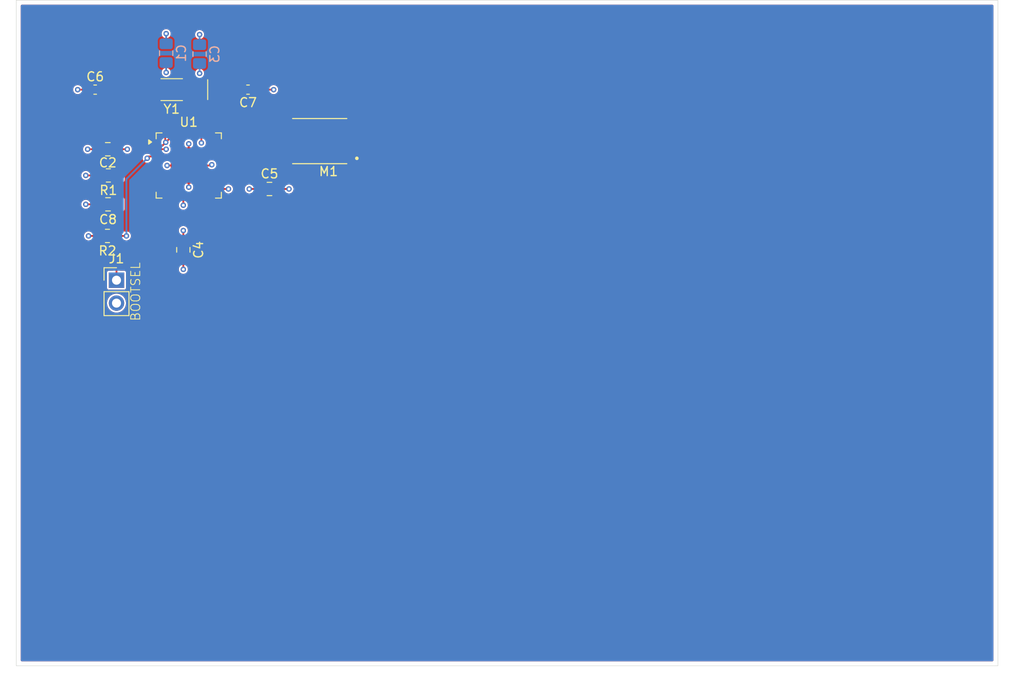
<source format=kicad_pcb>
(kicad_pcb (version 20241229) (generator "pcbnew") (generator_version "9.0")
  (layers (0 "F.Cu" signal) (4 "In1.Cu" signal) (6 "In2.Cu" signal) (2 "B.Cu" signal) (13 "F.Paste" user) (15 "B.Paste" user) (5 "F.SilkS" user "F.Silkscreen") (7 "B.SilkS" user "B.Silkscreen") (1 "F.Mask" user) (3 "B.Mask" user) (25 "Edge.Cuts" user))
  (net 0 "")
  (net 1 "GND")
  (net 2 "VDD")
  (net 22 "XTAL_P")
  (net 32 "BOOTSEL")
  (net 36 "XTAL_N")
  (net 41 "RESET")
  (footprint "Capacitor_SMD:C_0805_2012Metric_Pad1.18x1.45mm_HandSolder" (layer "F.Cu") (at 85.7375 47.3)
    (property "Reference" "C5" (at 0 -1.68 0) (layer "F.SilkS"))
    (property "Value" "C")
    (fp_line (start -0.261252 -0.735) (end 0.261252 -0.735) (stroke (width 0.12)) (layer "F.SilkS"))
    (fp_line (start -0.261252 0.735) (end 0.261252 0.735) (stroke (width 0.12)) (layer "F.SilkS"))
    (pad "1" smd roundrect (at -1.0375 0) (size 1.175 1.45) (layers "F.Cu" "F.Mask" "F.Paste") (roundrect_rratio 0.212766) (net 2 "VDD"))
    (pad "2" smd roundrect (at 1.0375 0) (size 1.175 1.45) (layers "F.Cu" "F.Mask" "F.Paste") (roundrect_rratio 0.212766) (net 1 "GND"))
  )
  (footprint "Connector_PinHeader_2.54mm:PinHeader_1x02_P2.54mm_Vertical" (layer "F.Cu") (at 68.8 57.4)
    (property "Reference" "J1" (at 0 -2.38 0) (layer "F.SilkS"))
    (property "Value" "Conn_01x02_Pin")
    (fp_line (start -1.38 -1.38) (end 0 -1.38) (stroke (width 0.12)) (layer "F.SilkS"))
    (fp_line (start -1.38 0) (end -1.38 -1.38) (stroke (width 0.12)) (layer "F.SilkS"))
    (fp_line (start -1.38 1.27) (end -1.38 3.92) (stroke (width 0.12)) (layer "F.SilkS"))
    (fp_line (start -1.38 1.27) (end 1.38 1.27) (stroke (width 0.12)) (layer "F.SilkS"))
    (fp_line (start -1.38 3.92) (end 1.38 3.92) (stroke (width 0.12)) (layer "F.SilkS"))
    (fp_line (start 1.38 1.27) (end 1.38 3.92) (stroke (width 0.12)) (layer "F.SilkS"))
    (pad "1" thru_hole rect (at 0 0) (size 1.7 1.7) (drill 1) (layers "*.Cu" "*.Mask") (net 32 "BOOTSEL"))
    (pad "2" thru_hole circle (at 0 2.54) (size 1.7 1.7) (drill 1) (layers "*.Cu" "*.Mask") (net 1 "GND"))
  )
  (footprint "Crystal:Crystal_SMD_MicroCrystal_CC4V-T1A-2Pin_5.0x1.9mm_HandSoldering" (layer "F.Cu") (at 74.9125 36.3 180)
    (property "Reference" "Y1" (at 0 -2.15 0) (layer "F.SilkS"))
    (property "Value" "50MHz")
    (fp_line (start -1.19 1.21) (end 1.19 1.21) (stroke (width 0.12)) (layer "F.SilkS"))
    (fp_line (start -1.19 -1.21) (end 1.19 -1.21) (stroke (width 0.12)) (layer "F.SilkS"))
    (fp_line (start -3.985 -1.1) (end -3.985 1.1) (stroke (width 0.12)) (layer "F.SilkS"))
    (pad "1" smd roundrect (at -2.5875 0 180) (size 2.275 2.2) (layers "F.Cu" "F.Mask" "F.Paste") (roundrect_rratio 0.113636) (net 36 "XTAL_N"))
    (pad "2" smd roundrect (at 2.5875 0 180) (size 2.275 2.2) (layers "F.Cu" "F.Mask" "F.Paste") (roundrect_rratio 0.113636) (net 22 "XTAL_P"))
  )
  (footprint "Resistor_SMD:R_0805_2012Metric_Pad1.20x1.40mm_HandSolder" (layer "F.Cu") (at 67.9 45.8 180)
    (property "Reference" "R1" (at 0 -1.65 0) (layer "F.SilkS"))
    (property "Value" "10kΩ")
    (fp_line (start -0.227064 0.735) (end 0.227064 0.735) (stroke (width 0.12)) (layer "F.SilkS"))
    (fp_line (start -0.227064 -0.735) (end 0.227064 -0.735) (stroke (width 0.12)) (layer "F.SilkS"))
    (pad "1" smd roundrect (at -1 0 180) (size 1.2 1.4) (layers "F.Cu" "F.Mask" "F.Paste") (roundrect_rratio 0.208333) (net 41 "RESET"))
    (pad "2" smd roundrect (at 1 0 180) (size 1.2 1.4) (layers "F.Cu" "F.Mask" "F.Paste") (roundrect_rratio 0.208333) (net 2 "VDD"))
  )
  (footprint "Capacitor_SMD:C_0805_2012Metric_Pad1.18x1.45mm_HandSolder" (layer "F.Cu") (at 67.8375 42.9 180)
    (property "Reference" "C2" (at 0 -1.5 0) (layer "F.SilkS"))
    (property "Value" "C")
    (fp_line (start -0.261252 0.735) (end 0.261252 0.735) (stroke (width 0.12)) (layer "F.SilkS"))
    (fp_line (start -0.261252 -0.735) (end 0.261252 -0.735) (stroke (width 0.12)) (layer "F.SilkS"))
    (pad "1" smd roundrect (at -1.0375 0 180) (size 1.175 1.45) (layers "F.Cu" "F.Mask" "F.Paste") (roundrect_rratio 0.212766) (net 2 "VDD"))
    (pad "2" smd roundrect (at 1.0375 0 180) (size 1.175 1.45) (layers "F.Cu" "F.Mask" "F.Paste") (roundrect_rratio 0.212766) (net 1 "GND"))
  )
  (footprint "Capacitor_SMD:C_0603_1608Metric_Pad1.08x0.95mm_HandSolder" (layer "F.Cu") (at 66.4375 36.3)
    (property "Reference" "C6" (at 0 -1.43 0) (layer "F.SilkS"))
    (property "Value" "12pF")
    (fp_line (start -0.146267 -0.51) (end 0.146267 -0.51) (stroke (width 0.12)) (layer "F.SilkS"))
    (fp_line (start -0.146267 0.51) (end 0.146267 0.51) (stroke (width 0.12)) (layer "F.SilkS"))
    (pad "1" smd roundrect (at -0.8625 0) (size 1.075 0.95) (layers "F.Cu" "F.Mask" "F.Paste") (net 1 "GND"))
    (pad "2" smd roundrect (at 0.8625 0) (size 1.075 0.95) (layers "F.Cu" "F.Mask" "F.Paste") (net 22 "XTAL_P"))
  )
  (footprint "Capacitor_SMD:C_0603_1608Metric_Pad1.08x0.95mm_HandSolder" (layer "F.Cu") (at 83.3625 36.3 180)
    (property "Reference" "C7" (at 0 -1.43 0) (layer "F.SilkS"))
    (property "Value" "12pF")
    (fp_line (start -0.146267 0.51) (end 0.146267 0.51) (stroke (width 0.12)) (layer "F.SilkS"))
    (fp_line (start -0.146267 -0.51) (end 0.146267 -0.51) (stroke (width 0.12)) (layer "F.SilkS"))
    (pad "1" smd roundrect (at -0.8625 0 180) (size 1.075 0.95) (layers "F.Cu" "F.Mask" "F.Paste") (net 1 "GND"))
    (pad "2" smd roundrect (at 0.8625 0 180) (size 1.075 0.95) (layers "F.Cu" "F.Mask" "F.Paste") (net 36 "XTAL_N"))
  )
  (footprint "Resistor_SMD:R_0805_2012Metric_Pad1.20x1.40mm_HandSolder" (layer "F.Cu") (at 67.8 52.5 180)
    (property "Reference" "R2" (at 0 -1.65 0) (layer "F.SilkS"))
    (property "Value" "10kΩ")
    (fp_line (start -0.227064 0.735) (end 0.227064 0.735) (stroke (width 0.12)) (layer "F.SilkS"))
    (fp_line (start -0.227064 -0.735) (end 0.227064 -0.735) (stroke (width 0.12)) (layer "F.SilkS"))
    (pad "1" smd roundrect (at -1 0 180) (size 1.2 1.4) (layers "F.Cu" "F.Mask" "F.Paste") (roundrect_rratio 0.208333) (net 32 "BOOTSEL"))
    (pad "2" smd roundrect (at 1 0 180) (size 1.2 1.4) (layers "F.Cu" "F.Mask" "F.Paste") (roundrect_rratio 0.208333) (net 2 "VDD"))
  )
  (footprint "Capacitor_SMD:C_0805_2012Metric_Pad1.18x1.45mm_HandSolder" (layer "F.Cu") (at 76.2 54.0375 -90)
    (property "Reference" "C4" (at 0 -1.68 90) (layer "F.SilkS"))
    (property "Value" "C")
    (fp_line (start -0.261252 0.735) (end 0.261252 0.735) (stroke (width 0.12)) (layer "F.SilkS"))
    (fp_line (start -0.261252 -0.735) (end 0.261252 -0.735) (stroke (width 0.12)) (layer "F.SilkS"))
    (pad "1" smd roundrect (at -1.0375 0 270) (size 1.175 1.45) (layers "F.Cu" "F.Mask" "F.Paste") (roundrect_rratio 0.212766) (net 2 "VDD"))
    (pad "2" smd roundrect (at 1.0375 0 270) (size 1.175 1.45) (layers "F.Cu" "F.Mask" "F.Paste") (roundrect_rratio 0.212766) (net 1 "GND"))
  )
  (footprint "Package_DFN_QFN:QFN-56-1EP_7x7mm_P0.4mm_EP4x4mm" (layer "F.Cu") (at 76.8 44.7)
    (property "Reference" "U1" (at 0 -4.8 0) (layer "F.SilkS"))
    (property "Value" "ESP32-S3")
    (fp_line (start -3.61 -3.61) (end -2.96 -3.61) (stroke (width 0.12)) (layer "F.SilkS"))
    (fp_line (start -3.61 -2.96) (end -3.61 -3.61) (stroke (width 0.12)) (layer "F.SilkS"))
    (fp_line (start -3.61 3.61) (end -3.61 2.96) (stroke (width 0.12)) (layer "F.SilkS"))
    (fp_line (start -2.96 3.61) (end -3.61 3.61) (stroke (width 0.12)) (layer "F.SilkS"))
    (fp_line (start 2.96 -3.61) (end 3.61 -3.61) (stroke (width 0.12)) (layer "F.SilkS"))
    (fp_line (start 3.61 -3.61) (end 3.61 -2.96) (stroke (width 0.12)) (layer "F.SilkS"))
    (fp_line (start 3.61 2.96) (end 3.61 3.61) (stroke (width 0.12)) (layer "F.SilkS"))
    (fp_line (start 3.61 3.61) (end 2.96 3.61) (stroke (width 0.12)) (layer "F.SilkS"))
    (fp_poly (pts (xy -4.11 -2.6) (xy -4.44 -2.36) (xy -4.44 -2.84)) (stroke (width 0.12)) (fill yes) (layer "F.SilkS"))
    (pad "1" smd roundrect (at -3.45 -2.6) (size 0.8 0.2) (layers "F.Cu" "F.Mask" "F.Paste"))
    (pad "2" smd roundrect (at -3.45 -2.2) (size 0.8 0.2) (layers "F.Cu" "F.Mask" "F.Paste") (net 2 "VDD"))
    (pad "3" smd roundrect (at -3.45 -1.8) (size 0.8 0.2) (layers "F.Cu" "F.Mask" "F.Paste") (net 2 "VDD"))
    (pad "4" smd roundrect (at -3.45 -1.4) (size 0.8 0.2) (layers "F.Cu" "F.Mask" "F.Paste") (net 41 "RESET"))
    (pad "5" smd roundrect (at -3.45 -1) (size 0.8 0.2) (layers "F.Cu" "F.Mask" "F.Paste") (net 32 "BOOTSEL"))
    (pad "6" smd roundrect (at -3.45 -0.6) (size 0.8 0.2) (layers "F.Cu" "F.Mask" "F.Paste"))
    (pad "7" smd roundrect (at -3.45 -0.2) (size 0.8 0.2) (layers "F.Cu" "F.Mask" "F.Paste"))
    (pad "8" smd roundrect (at -3.45 0.2) (size 0.8 0.2) (layers "F.Cu" "F.Mask" "F.Paste"))
    (pad "9" smd roundrect (at -3.45 0.6) (size 0.8 0.2) (layers "F.Cu" "F.Mask" "F.Paste"))
    (pad "10" smd roundrect (at -3.45 1) (size 0.8 0.2) (layers "F.Cu" "F.Mask" "F.Paste"))
    (pad "11" smd roundrect (at -3.45 1.4) (size 0.8 0.2) (layers "F.Cu" "F.Mask" "F.Paste"))
    (pad "12" smd roundrect (at -3.45 1.8) (size 0.8 0.2) (layers "F.Cu" "F.Mask" "F.Paste"))
    (pad "13" smd roundrect (at -3.45 2.2) (size 0.8 0.2) (layers "F.Cu" "F.Mask" "F.Paste"))
    (pad "14" smd roundrect (at -3.45 2.6) (size 0.8 0.2) (layers "F.Cu" "F.Mask" "F.Paste"))
    (pad "15" smd roundrect (at -2.6 3.45) (size 0.2 0.8) (layers "F.Cu" "F.Mask" "F.Paste"))
    (pad "16" smd roundrect (at -2.2 3.45) (size 0.2 0.8) (layers "F.Cu" "F.Mask" "F.Paste"))
    (pad "17" smd roundrect (at -1.8 3.45) (size 0.2 0.8) (layers "F.Cu" "F.Mask" "F.Paste"))
    (pad "18" smd roundrect (at -1.4 3.45) (size 0.2 0.8) (layers "F.Cu" "F.Mask" "F.Paste"))
    (pad "19" smd roundrect (at -1 3.45) (size 0.2 0.8) (layers "F.Cu" "F.Mask" "F.Paste"))
    (pad "20" smd roundrect (at -0.6 3.45) (size 0.2 0.8) (layers "F.Cu" "F.Mask" "F.Paste") (net 2 "VDD"))
    (pad "21" smd roundrect (at -0.2 3.45) (size 0.2 0.8) (layers "F.Cu" "F.Mask" "F.Paste"))
    (pad "22" smd roundrect (at 0.2 3.45) (size 0.2 0.8) (layers "F.Cu" "F.Mask" "F.Paste"))
    (pad "23" smd roundrect (at 0.6 3.45) (size 0.2 0.8) (layers "F.Cu" "F.Mask" "F.Paste"))
    (pad "24" smd roundrect (at 1 3.45) (size 0.2 0.8) (layers "F.Cu" "F.Mask" "F.Paste"))
    (pad "25" smd roundrect (at 1.4 3.45) (size 0.2 0.8) (layers "F.Cu" "F.Mask" "F.Paste"))
    (pad "26" smd roundrect (at 1.8 3.45) (size 0.2 0.8) (layers "F.Cu" "F.Mask" "F.Paste"))
    (pad "27" smd roundrect (at 2.2 3.45) (size 0.2 0.8) (layers "F.Cu" "F.Mask" "F.Paste"))
    (pad "28" smd roundrect (at 2.6 3.45) (size 0.2 0.8) (layers "F.Cu" "F.Mask" "F.Paste"))
    (pad "29" smd roundrect (at 3.45 2.6) (size 0.8 0.2) (layers "F.Cu" "F.Mask" "F.Paste") (net 2 "VDD"))
    (pad "30" smd roundrect (at 3.45 2.2) (size 0.8 0.2) (layers "F.Cu" "F.Mask" "F.Paste"))
    (pad "31" smd roundrect (at 3.45 1.8) (size 0.8 0.2) (layers "F.Cu" "F.Mask" "F.Paste"))
    (pad "32" smd roundrect (at 3.45 1.4) (size 0.8 0.2) (layers "F.Cu" "F.Mask" "F.Paste"))
    (pad "33" smd roundrect (at 3.45 1) (size 0.8 0.2) (layers "F.Cu" "F.Mask" "F.Paste"))
    (pad "34" smd roundrect (at 3.45 0.6) (size 0.8 0.2) (layers "F.Cu" "F.Mask" "F.Paste"))
    (pad "35" smd roundrect (at 3.45 0.2) (size 0.8 0.2) (layers "F.Cu" "F.Mask" "F.Paste"))
    (pad "36" smd roundrect (at 3.45 -0.2) (size 0.8 0.2) (layers "F.Cu" "F.Mask" "F.Paste"))
    (pad "37" smd roundrect (at 3.45 -0.6) (size 0.8 0.2) (layers "F.Cu" "F.Mask" "F.Paste"))
    (pad "38" smd roundrect (at 3.45 -1) (size 0.8 0.2) (layers "F.Cu" "F.Mask" "F.Paste"))
    (pad "39" smd roundrect (at 3.45 -1.4) (size 0.8 0.2) (layers "F.Cu" "F.Mask" "F.Paste"))
    (pad "40" smd roundrect (at 3.45 -1.8) (size 0.8 0.2) (layers "F.Cu" "F.Mask" "F.Paste"))
    (pad "41" smd roundrect (at 3.45 -2.2) (size 0.8 0.2) (layers "F.Cu" "F.Mask" "F.Paste"))
    (pad "42" smd roundrect (at 3.45 -2.6) (size 0.8 0.2) (layers "F.Cu" "F.Mask" "F.Paste"))
    (pad "43" smd roundrect (at 2.6 -3.45) (size 0.2 0.8) (layers "F.Cu" "F.Mask" "F.Paste"))
    (pad "44" smd roundrect (at 2.2 -3.45) (size 0.2 0.8) (layers "F.Cu" "F.Mask" "F.Paste"))
    (pad "45" smd roundrect (at 1.8 -3.45) (size 0.2 0.8) (layers "F.Cu" "F.Mask" "F.Paste"))
    (pad "46" smd roundrect (at 1.4 -3.45) (size 0.2 0.8) (layers "F.Cu" "F.Mask" "F.Paste") (net 2 "VDD"))
    (pad "47" smd roundrect (at 1 -3.45) (size 0.2 0.8) (layers "F.Cu" "F.Mask" "F.Paste"))
    (pad "48" smd roundrect (at 0.6 -3.45) (size 0.2 0.8) (layers "F.Cu" "F.Mask" "F.Paste"))
    (pad "49" smd roundrect (at 0.2 -3.45) (size 0.2 0.8) (layers "F.Cu" "F.Mask" "F.Paste"))
    (pad "50" smd roundrect (at -0.2 -3.45) (size 0.2 0.8) (layers "F.Cu" "F.Mask" "F.Paste"))
    (pad "51" smd roundrect (at -0.6 -3.45) (size 0.2 0.8) (layers "F.Cu" "F.Mask" "F.Paste"))
    (pad "52" smd roundrect (at -1 -3.45) (size 0.2 0.8) (layers "F.Cu" "F.Mask" "F.Paste"))
    (pad "53" smd roundrect (at -1.4 -3.45) (size 0.2 0.8) (layers "F.Cu" "F.Mask" "F.Paste") (net 36 "XTAL_N"))
    (pad "54" smd roundrect (at -1.8 -3.45) (size 0.2 0.8) (layers "F.Cu" "F.Mask" "F.Paste") (net 22 "XTAL_P"))
    (pad "55" smd roundrect (at -2.2 -3.45) (size 0.2 0.8) (layers "F.Cu" "F.Mask" "F.Paste") (net 2 "VDD"))
    (pad "56" smd roundrect (at -2.6 -3.45) (size 0.2 0.8) (layers "F.Cu" "F.Mask" "F.Paste") (net 2 "VDD"))
    (pad "57" smd rect (at 0 0) (size 4 4) (property pad_prop_heatsink) (layers "F.Cu" "F.Mask") (net 1 "GND"))
  )
  (footprint "Capacitor_SMD:C_0805_2012Metric_Pad1.18x1.45mm_HandSolder" (layer "F.Cu") (at 67.8625 49 180)
    (property "Reference" "C8" (at 0 -1.68 0) (layer "F.SilkS"))
    (property "Value" "0.1µF")
    (fp_line (start -0.261252 0.735) (end 0.261252 0.735) (stroke (width 0.12)) (layer "F.SilkS"))
    (fp_line (start -0.261252 -0.735) (end 0.261252 -0.735) (stroke (width 0.12)) (layer "F.SilkS"))
    (pad "1" smd roundrect (at -1.0375 0 180) (size 1.175 1.45) (layers "F.Cu" "F.Mask" "F.Paste") (roundrect_rratio 0.212766) (net 41 "RESET"))
    (pad "2" smd roundrect (at 1.0375 0 180) (size 1.175 1.45) (layers "F.Cu" "F.Mask" "F.Paste") (roundrect_rratio 0.212766) (net 1 "GND"))
  )
  (footprint "AT25SL641-MHE-T:SON127P500X600X60-9N" (layer "F.Cu") (at 91.3 42 180)
    (property "Reference" "M1" (at -0.975 -3.362 0) (layer "F.SilkS"))
    (property "Value" "~")
    (fp_line (start -3 2.5) (end 3 2.5) (stroke (width 0.127)) (layer "F.SilkS"))
    (fp_line (start -3 -2.5) (end 3 -2.5) (stroke (width 0.127)) (layer "F.SilkS"))
    (fp_circle (center -4.115 -1.905) (end -4.015 -1.905) (stroke (width 0.2)) (fill no) (layer "F.SilkS"))
    (pad "1" smd roundrect (at -2.815 -1.905 180) (size 1.1 0.44) (layers "F.Cu" "F.Mask" "F.Paste") (roundrect_rratio 0.125))
    (pad "2" smd roundrect (at -2.815 -0.635 180) (size 1.1 0.44) (layers "F.Cu" "F.Mask" "F.Paste") (roundrect_rratio 0.125))
    (pad "3" smd roundrect (at -2.815 0.635 180) (size 1.1 0.44) (layers "F.Cu" "F.Mask" "F.Paste") (roundrect_rratio 0.125))
    (pad "4" smd roundrect (at -2.815 1.905 180) (size 1.1 0.44) (layers "F.Cu" "F.Mask" "F.Paste") (roundrect_rratio 0.125))
    (pad "5" smd roundrect (at 2.815 1.905 180) (size 1.1 0.44) (layers "F.Cu" "F.Mask" "F.Paste") (roundrect_rratio 0.125))
    (pad "6" smd roundrect (at 2.815 0.635 180) (size 1.1 0.44) (layers "F.Cu" "F.Mask" "F.Paste") (roundrect_rratio 0.125))
    (pad "7" smd roundrect (at 2.815 -0.635 180) (size 1.1 0.44) (layers "F.Cu" "F.Mask" "F.Paste") (roundrect_rratio 0.125))
    (pad "8" smd roundrect (at 2.815 -1.905 180) (size 1.1 0.44) (layers "F.Cu" "F.Mask" "F.Paste") (roundrect_rratio 0.125))
    (pad "9" smd rect (at 0 0 180) (size 3.4 4) (layers "F.Cu" "F.Mask"))
  )
  (footprint "Capacitor_SMD:C_0805_2012Metric_Pad1.18x1.45mm_HandSolder" (layer "B.Cu") (at 78 32.3625 90)
    (property "Reference" "C3" (at 0 1.68 90) (layer "B.SilkS") (effects (justify mirror)))
    (property "Value" "C")
    (fp_line (start -0.261252 -0.735) (end 0.261252 -0.735) (stroke (width 0.12)) (layer "B.SilkS"))
    (fp_line (start -0.261252 0.735) (end 0.261252 0.735) (stroke (width 0.12)) (layer "B.SilkS"))
    (pad "1" smd roundrect (at -1.0375 0 90) (size 1.175 1.45) (layers "B.Cu" "B.Mask" "B.Paste") (roundrect_rratio 0.212766) (net 2 "VDD"))
    (pad "2" smd roundrect (at 1.0375 0 90) (size 1.175 1.45) (layers "B.Cu" "B.Mask" "B.Paste") (roundrect_rratio 0.212766) (net 1 "GND"))
  )
  (footprint "Capacitor_SMD:C_0805_2012Metric_Pad1.18x1.45mm_HandSolder" (layer "B.Cu") (at 74.3 32.2625 90)
    (property "Reference" "C1" (at 0 1.68 90) (layer "B.SilkS") (effects (justify mirror)))
    (property "Value" "C")
    (fp_line (start -0.261252 -0.735) (end 0.261252 -0.735) (stroke (width 0.12)) (layer "B.SilkS"))
    (fp_line (start -0.261252 0.735) (end 0.261252 0.735) (stroke (width 0.12)) (layer "B.SilkS"))
    (pad "1" smd roundrect (at -1.0375 0 90) (size 1.175 1.45) (layers "B.Cu" "B.Mask" "B.Paste") (roundrect_rratio 0.212766) (net 2 "VDD"))
    (pad "2" smd roundrect (at 1.0375 0 90) (size 1.175 1.45) (layers "B.Cu" "B.Mask" "B.Paste") (roundrect_rratio 0.212766) (net 1 "GND"))
  )
  (gr_rect (start 57.7 26.4) (end 166.4 100.1) (stroke (width 0.05)) (fill no) (layer "Edge.Cuts"))
  (gr_text "BOOTSEL" (at 71.5 62 90) (layer "F.SilkS") (effects (font (size 1 1) (thickness 0.1)) (justify left bottom)))
  (segment (start 76.8 44.7) (end 76.8 47.1) (width 0.2) (layer "F.Cu") (net 1))
  (segment (start 76.8 44.7) (end 79.267036 44.7) (width 0.2) (layer "F.Cu") (net 1))
  (segment (start 64.5 36.3) (end 65.575 36.3) (width 0.2) (layer "F.Cu") (net 1))
  (segment (start 86.775 47.3) (end 87.9 47.3) (width 0.2) (layer "F.Cu") (net 1))
  (segment (start 76.2 55.075) (end 76.2 56.2) (width 0.2) (layer "F.Cu") (net 1))
  (segment (start 79.267036 44.7) (end 79.353452 44.613584) (width 0.2) (layer "F.Cu") (net 1))
  (segment (start 76.8 44.7) (end 74.4 44.7) (width 0.2) (layer "F.Cu") (net 1))
  (segment (start 66.825 49) (end 65.4 49) (width 0.2) (layer "F.Cu") (net 1))
  (segment (start 66.8 42.9) (end 65.6 42.9) (width 0.2) (layer "F.Cu") (net 1))
  (segment (start 84.225 36.3) (end 86.2 36.3) (width 0.2) (layer "F.Cu") (net 1))
  (segment (start 76.8 44.7) (end 76.8 42.3) (width 0.2) (layer "F.Cu") (net 1))
  (via (at 79.353452 44.613584) (size 0.6) (drill 0.3) (layers "F.Cu" "B.Cu") (net 1))
  (via (at 74.3 30.1) (size 0.6) (drill 0.3) (layers "F.Cu" "B.Cu") (net 1))
  (via (at 78 30.2) (size 0.6) (drill 0.3) (layers "F.Cu" "B.Cu") (net 1))
  (via (at 65.4 49) (size 0.6) (drill 0.3) (layers "F.Cu" "B.Cu") (net 1))
  (via (at 76.8 42.3) (size 0.6) (drill 0.3) (layers "F.Cu" "B.Cu") (net 1))
  (via (at 86.2 36.3) (size 0.6) (drill 0.3) (layers "F.Cu" "B.Cu") (net 1))
  (via (at 76.8 47.1) (size 0.6) (drill 0.3) (layers "F.Cu" "B.Cu") (net 1))
  (via (at 65.6 42.9) (size 0.6) (drill 0.3) (layers "F.Cu" "B.Cu") (net 1))
  (via (at 74.4 44.7) (size 0.6) (drill 0.3) (layers "F.Cu" "B.Cu") (net 1))
  (via (at 87.9 47.3) (size 0.6) (drill 0.3) (layers "F.Cu" "B.Cu") (net 1))
  (via (at 64.5 36.3) (size 0.6) (drill 0.3) (layers "F.Cu" "B.Cu") (net 1))
  (via (at 76.2 56.2) (size 0.6) (drill 0.3) (layers "F.Cu" "B.Cu") (net 1))
  (segment (start 78 31.325) (end 78 30.2) (width 0.2) (layer "B.Cu") (net 1))
  (segment (start 74.3 31.225) (end 74.3 30.1) (width 0.2) (layer "B.Cu") (net 1))
  (segment (start 74.2 41.25) (end 74.2 42.084717) (width 0.2) (layer "F.Cu") (net 2))
  (segment (start 80.25 47.3) (end 81.2 47.3) (width 0.2) (layer "F.Cu") (net 2))
  (segment (start 74.2 42.084717) (end 74.25 42.134717) (width 0.2) (layer "F.Cu") (net 2))
  (segment (start 73.35 42.9) (end 74.299998 42.9) (width 0.2) (layer "F.Cu") (net 2))
  (segment (start 66.9 45.8) (end 65.4 45.8) (width 0.2) (layer "F.Cu") (net 2))
  (segment (start 78.2 41.25) (end 78.2 42.2) (width 0.2) (layer "F.Cu") (net 2))
  (segment (start 76.2 53) (end 76.2 51.9) (width 0.2) (layer "F.Cu") (net 2))
  (segment (start 73.35 42.5) (end 73.884717 42.5) (width 0.2) (layer "F.Cu") (net 2))
  (segment (start 73.884717 42.5) (end 74.25 42.134717) (width 0.2) (layer "F.Cu") (net 2))
  (segment (start 68.875 42.9) (end 70 42.9) (width 0.2) (layer "F.Cu") (net 2))
  (segment (start 74.6 41.784717) (end 74.25 42.134717) (width 0.2) (layer "F.Cu") (net 2))
  (segment (start 66.8 52.5) (end 65.7 52.5) (width 0.2) (layer "F.Cu") (net 2))
  (segment (start 76.2 48.15) (end 76.2 49.1) (width 0.2) (layer "F.Cu") (net 2))
  (segment (start 84.7 47.3) (end 83.5 47.3) (width 0.2) (layer "F.Cu") (net 2))
  (segment (start 74.6 41.25) (end 74.6 41.784717) (width 0.2) (layer "F.Cu") (net 2))
  (via (at 76.2 51.9) (size 0.6) (drill 0.3) (layers "F.Cu" "B.Cu") (net 2))
  (via (at 83.5 47.3) (size 0.6) (drill 0.3) (layers "F.Cu" "B.Cu") (net 2))
  (via (at 74.25 42.134717) (size 0.6) (drill 0.3) (layers "F.Cu" "B.Cu") (net 2))
  (via (at 65.7 52.5) (size 0.6) (drill 0.3) (layers "F.Cu" "B.Cu") (net 2))
  (via (at 65.4 45.8) (size 0.6) (drill 0.3) (layers "F.Cu" "B.Cu") (net 2))
  (via (at 78 34.5) (size 0.6) (drill 0.3) (layers "F.Cu" "B.Cu") (net 2))
  (via (at 74.3 34.4) (size 0.6) (drill 0.3) (layers "F.Cu" "B.Cu") (net 2))
  (via (at 81.2 47.3) (size 0.6) (drill 0.3) (layers "F.Cu" "B.Cu") (net 2))
  (via (at 78.2 42.2) (size 0.6) (drill 0.3) (layers "F.Cu" "B.Cu") (net 2))
  (via (at 70 42.9) (size 0.6) (drill 0.3) (layers "F.Cu" "B.Cu") (net 2))
  (via (at 74.299998 42.9) (size 0.6) (drill 0.3) (layers "F.Cu" "B.Cu") (net 2))
  (via (at 76.2 49.1) (size 0.6) (drill 0.3) (layers "F.Cu" "B.Cu") (net 2))
  (segment (start 78 33.4) (end 78 34.5) (width 0.2) (layer "B.Cu") (net 2))
  (segment (start 74.3 33.3) (end 74.3 34.4) (width 0.2) (layer "B.Cu") (net 2))
  (segment (start 75 41.25) (end 75 40.7) (width 0.2) (layer "F.Cu") (net 22))
  (segment (start 72.7 38.4) (end 72.7 36.675) (width 0.2) (layer "F.Cu") (net 22))
  (segment (start 75 40.7) (end 72.7 38.4) (width 0.2) (layer "F.Cu") (net 22))
  (segment (start 67.3 36.3) (end 72.325 36.3) (width 0.2) (layer "F.Cu") (net 22))
  (segment (start 72.2 43.9) (end 72.4 43.7) (width 0.2) (layer "F.Cu") (net 32))
  (segment (start 72.4 43.7) (end 73.35 43.7) (width 0.2) (layer "F.Cu") (net 32))
  (segment (start 68.8 52.5) (end 69.9 52.5) (width 0.2) (layer "F.Cu") (net 32))
  (segment (start 68.8 57.4) (end 68.8 52.5) (width 0.2) (layer "F.Cu") (net 32))
  (via (at 69.9 52.5) (size 0.6) (drill 0.3) (layers "F.Cu" "B.Cu") (net 32))
  (via (at 72.2 43.9) (size 0.6) (drill 0.3) (layers "F.Cu" "B.Cu") (net 32))
  (segment (start 69.9 52.5) (end 69.9 46.2) (width 0.2) (layer "B.Cu") (net 32))
  (segment (start 69.9 46.2) (end 72.2 43.9) (width 0.2) (layer "B.Cu") (net 32))
  (segment (start 75.4 40.5) (end 77.8 38.1) (width 0.2) (layer "F.Cu") (net 36))
  (segment (start 82.5 36.3) (end 77.5 36.3) (width 0.2) (layer "F.Cu") (net 36))
  (segment (start 75.4 41.25) (end 75.4 40.5) (width 0.2) (layer "F.Cu") (net 36))
  (segment (start 77.8 38.1) (end 77.8 36.6) (width 0.2) (layer "F.Cu") (net 36))
  (segment (start 68.9 49) (end 68.9 45.8) (width 0.2) (layer "F.Cu") (net 41))
  (segment (start 68.9 45.8) (end 71.4 43.3) (width 0.2) (layer "F.Cu") (net 41))
  (segment (start 71.4 43.3) (end 73.35 43.3) (width 0.2) (layer "F.Cu") (net 41))
  (zone (net 0) (net_name "") (layers "F.Cu" "B.Cu") (name "asdf") (priority 2) (connect_pads (clearance 0)) (min_thickness 0.25) (fill yes (thermal_gap 0.5) (thermal_bridge_width 0.5) (island_removal_mode 1) (island_area_min 10))
    (polygon (pts (xy 166.4 26.4) (xy 166.3 100.1) (xy 56 100.1) (xy 55.9 26.4)))
  )
)
</source>
